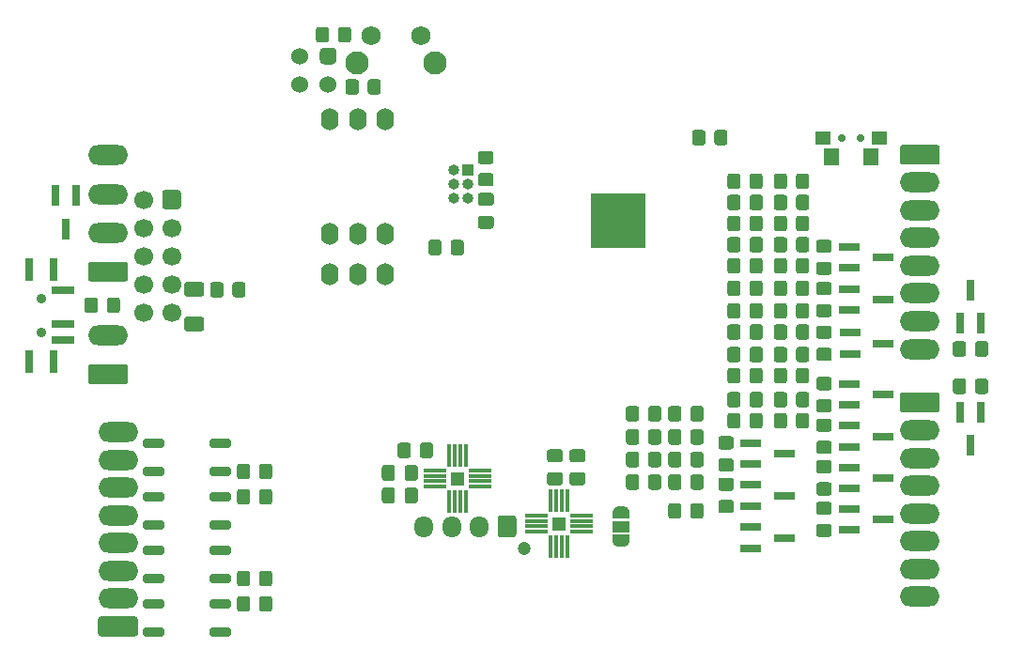
<source format=gts>
G04 #@! TF.GenerationSoftware,KiCad,Pcbnew,(5.1.8)-1*
G04 #@! TF.CreationDate,2021-05-03T11:31:43+02:00*
G04 #@! TF.ProjectId,sensactHsIO4,73656e73-6163-4744-9873-494f342e6b69,rev?*
G04 #@! TF.SameCoordinates,Original*
G04 #@! TF.FileFunction,Soldermask,Top*
G04 #@! TF.FilePolarity,Negative*
%FSLAX46Y46*%
G04 Gerber Fmt 4.6, Leading zero omitted, Abs format (unit mm)*
G04 Created by KiCad (PCBNEW (5.1.8)-1) date 2021-05-03 11:31:43*
%MOMM*%
%LPD*%
G01*
G04 APERTURE LIST*
%ADD10R,5.000000X5.000000*%
%ADD11O,1.600000X2.000000*%
%ADD12O,3.600000X1.800000*%
%ADD13O,1.000000X1.000000*%
%ADD14R,1.000000X1.000000*%
%ADD15C,0.700000*%
%ADD16R,1.400000X1.200000*%
%ADD17R,1.400000X1.600000*%
%ADD18C,1.700000*%
%ADD19C,1.200000*%
%ADD20O,1.700000X1.950000*%
%ADD21R,1.230000X1.230000*%
%ADD22R,0.300000X2.000000*%
%ADD23R,2.000000X0.300000*%
%ADD24R,1.500000X1.000000*%
%ADD25C,0.100000*%
%ADD26R,0.800000X2.000000*%
%ADD27R,2.000000X0.700000*%
%ADD28C,0.900000*%
%ADD29C,1.524000*%
%ADD30R,0.800000X1.900000*%
%ADD31R,1.900000X0.800000*%
%ADD32C,2.100000*%
%ADD33C,1.750000*%
G04 APERTURE END LIST*
G36*
G01*
X123425000Y-121977999D02*
X123425000Y-122878001D01*
G75*
G02*
X123175001Y-123128000I-249999J0D01*
G01*
X122474999Y-123128000D01*
G75*
G02*
X122225000Y-122878001I0J249999D01*
G01*
X122225000Y-121977999D01*
G75*
G02*
X122474999Y-121728000I249999J0D01*
G01*
X123175001Y-121728000D01*
G75*
G02*
X123425000Y-121977999I0J-249999D01*
G01*
G37*
G36*
G01*
X125425000Y-121977999D02*
X125425000Y-122878001D01*
G75*
G02*
X125175001Y-123128000I-249999J0D01*
G01*
X124474999Y-123128000D01*
G75*
G02*
X124225000Y-122878001I0J249999D01*
G01*
X124225000Y-121977999D01*
G75*
G02*
X124474999Y-121728000I249999J0D01*
G01*
X125175001Y-121728000D01*
G75*
G02*
X125425000Y-121977999I0J-249999D01*
G01*
G37*
D10*
X159000000Y-116245000D03*
D11*
X138009000Y-117348000D03*
X133009000Y-117348000D03*
X135509000Y-117348000D03*
X138009000Y-121031000D03*
X133009000Y-121031000D03*
X135509000Y-121031000D03*
X138009000Y-107061000D03*
X133009000Y-107061000D03*
X135509000Y-107061000D03*
G36*
G01*
X120126999Y-124852000D02*
X121427001Y-124852000D01*
G75*
G02*
X121677000Y-125101999I0J-249999D01*
G01*
X121677000Y-125927001D01*
G75*
G02*
X121427001Y-126177000I-249999J0D01*
G01*
X120126999Y-126177000D01*
G75*
G02*
X119877000Y-125927001I0J249999D01*
G01*
X119877000Y-125101999D01*
G75*
G02*
X120126999Y-124852000I249999J0D01*
G01*
G37*
G36*
G01*
X120126999Y-121727000D02*
X121427001Y-121727000D01*
G75*
G02*
X121677000Y-121976999I0J-249999D01*
G01*
X121677000Y-122802001D01*
G75*
G02*
X121427001Y-123052000I-249999J0D01*
G01*
X120126999Y-123052000D01*
G75*
G02*
X119877000Y-122802001I0J249999D01*
G01*
X119877000Y-121976999D01*
G75*
G02*
X120126999Y-121727000I249999J0D01*
G01*
G37*
D12*
X113030000Y-126548000D03*
G36*
G01*
X114580000Y-130948000D02*
X111480000Y-130948000D01*
G75*
G02*
X111230000Y-130698000I0J250000D01*
G01*
X111230000Y-129398000D01*
G75*
G02*
X111480000Y-129148000I250000J0D01*
G01*
X114580000Y-129148000D01*
G75*
G02*
X114830000Y-129398000I0J-250000D01*
G01*
X114830000Y-130698000D01*
G75*
G02*
X114580000Y-130948000I-250000J0D01*
G01*
G37*
X113030000Y-110292000D03*
X113030000Y-113792000D03*
X113030000Y-117292000D03*
G36*
G01*
X114580000Y-121692000D02*
X111480000Y-121692000D01*
G75*
G02*
X111230000Y-121442000I0J250000D01*
G01*
X111230000Y-120142000D01*
G75*
G02*
X111480000Y-119892000I250000J0D01*
G01*
X114580000Y-119892000D01*
G75*
G02*
X114830000Y-120142000I0J-250000D01*
G01*
X114830000Y-121442000D01*
G75*
G02*
X114580000Y-121692000I-250000J0D01*
G01*
G37*
G36*
G01*
X143094000Y-118167999D02*
X143094000Y-119068001D01*
G75*
G02*
X142844001Y-119318000I-249999J0D01*
G01*
X142143999Y-119318000D01*
G75*
G02*
X141894000Y-119068001I0J249999D01*
G01*
X141894000Y-118167999D01*
G75*
G02*
X142143999Y-117918000I249999J0D01*
G01*
X142844001Y-117918000D01*
G75*
G02*
X143094000Y-118167999I0J-249999D01*
G01*
G37*
G36*
G01*
X145094000Y-118167999D02*
X145094000Y-119068001D01*
G75*
G02*
X144844001Y-119318000I-249999J0D01*
G01*
X144143999Y-119318000D01*
G75*
G02*
X143894000Y-119068001I0J249999D01*
G01*
X143894000Y-118167999D01*
G75*
G02*
X144143999Y-117918000I249999J0D01*
G01*
X144844001Y-117918000D01*
G75*
G02*
X145094000Y-118167999I0J-249999D01*
G01*
G37*
D13*
X144145000Y-114173000D03*
X145415000Y-114173000D03*
X144145000Y-112903000D03*
X145415000Y-112903000D03*
X144145000Y-111633000D03*
D14*
X145415000Y-111633000D03*
D15*
X179150000Y-108750000D03*
X180850000Y-108750000D03*
D16*
X182550000Y-108750000D03*
D17*
X181800000Y-110450000D03*
D16*
X177450000Y-108750000D03*
D17*
X178200000Y-110450000D03*
G36*
G01*
X166859000Y-108261999D02*
X166859000Y-109162001D01*
G75*
G02*
X166609001Y-109412000I-249999J0D01*
G01*
X165908999Y-109412000D01*
G75*
G02*
X165659000Y-109162001I0J249999D01*
G01*
X165659000Y-108261999D01*
G75*
G02*
X165908999Y-108012000I249999J0D01*
G01*
X166609001Y-108012000D01*
G75*
G02*
X166859000Y-108261999I0J-249999D01*
G01*
G37*
G36*
G01*
X168859000Y-108261999D02*
X168859000Y-109162001D01*
G75*
G02*
X168609001Y-109412000I-249999J0D01*
G01*
X167908999Y-109412000D01*
G75*
G02*
X167659000Y-109162001I0J249999D01*
G01*
X167659000Y-108261999D01*
G75*
G02*
X167908999Y-108012000I249999J0D01*
G01*
X168609001Y-108012000D01*
G75*
G02*
X168859000Y-108261999I0J-249999D01*
G01*
G37*
D18*
X116205000Y-124460000D03*
X116205000Y-121920000D03*
X116205000Y-119380000D03*
X116205000Y-116840000D03*
X116205000Y-114300000D03*
X118745000Y-124460000D03*
X118745000Y-121920000D03*
X118745000Y-119380000D03*
X118745000Y-116840000D03*
G36*
G01*
X119595000Y-113700000D02*
X119595000Y-114900000D01*
G75*
G02*
X119345000Y-115150000I-250000J0D01*
G01*
X118145000Y-115150000D01*
G75*
G02*
X117895000Y-114900000I0J250000D01*
G01*
X117895000Y-113700000D01*
G75*
G02*
X118145000Y-113450000I250000J0D01*
G01*
X119345000Y-113450000D01*
G75*
G02*
X119595000Y-113700000I0J-250000D01*
G01*
G37*
D19*
X150571000Y-145764000D03*
D20*
X141471000Y-143764000D03*
X143971000Y-143764000D03*
X146471000Y-143764000D03*
G36*
G01*
X149821000Y-143039000D02*
X149821000Y-144489000D01*
G75*
G02*
X149571000Y-144739000I-250000J0D01*
G01*
X148371000Y-144739000D01*
G75*
G02*
X148121000Y-144489000I0J250000D01*
G01*
X148121000Y-143039000D01*
G75*
G02*
X148371000Y-142789000I250000J0D01*
G01*
X149571000Y-142789000D01*
G75*
G02*
X149821000Y-143039000I0J-250000D01*
G01*
G37*
G36*
G01*
X139769000Y-139413000D02*
X139769000Y-138463000D01*
G75*
G02*
X140019000Y-138213000I250000J0D01*
G01*
X140694000Y-138213000D01*
G75*
G02*
X140944000Y-138463000I0J-250000D01*
G01*
X140944000Y-139413000D01*
G75*
G02*
X140694000Y-139663000I-250000J0D01*
G01*
X140019000Y-139663000D01*
G75*
G02*
X139769000Y-139413000I0J250000D01*
G01*
G37*
G36*
G01*
X137694000Y-139413000D02*
X137694000Y-138463000D01*
G75*
G02*
X137944000Y-138213000I250000J0D01*
G01*
X138619000Y-138213000D01*
G75*
G02*
X138869000Y-138463000I0J-250000D01*
G01*
X138869000Y-139413000D01*
G75*
G02*
X138619000Y-139663000I-250000J0D01*
G01*
X137944000Y-139663000D01*
G75*
G02*
X137694000Y-139413000I0J250000D01*
G01*
G37*
D21*
X153670000Y-143510000D03*
D22*
X154420000Y-145560000D03*
X153920000Y-145560000D03*
X153420000Y-145560000D03*
X152920000Y-145560000D03*
X152920000Y-141460000D03*
X153420000Y-141460000D03*
X153920000Y-141460000D03*
X154420000Y-141460000D03*
D23*
X151620000Y-144260000D03*
X151620000Y-143760000D03*
X151620000Y-143260000D03*
X151620000Y-142760000D03*
X155720000Y-142760000D03*
X155720000Y-143260000D03*
X155720000Y-143760000D03*
X155720000Y-144260000D03*
D21*
X144526000Y-139446000D03*
D23*
X146576000Y-138696000D03*
X146576000Y-139196000D03*
X146576000Y-139696000D03*
X146576000Y-140196000D03*
X142476000Y-140196000D03*
X142476000Y-139696000D03*
X142476000Y-139196000D03*
X142476000Y-138696000D03*
D22*
X145276000Y-141496000D03*
X144776000Y-141496000D03*
X144276000Y-141496000D03*
X143776000Y-141496000D03*
X143776000Y-137396000D03*
X144276000Y-137396000D03*
X144776000Y-137396000D03*
X145276000Y-137396000D03*
G36*
G01*
X140316000Y-136455999D02*
X140316000Y-137356001D01*
G75*
G02*
X140066001Y-137606000I-249999J0D01*
G01*
X139365999Y-137606000D01*
G75*
G02*
X139116000Y-137356001I0J249999D01*
G01*
X139116000Y-136455999D01*
G75*
G02*
X139365999Y-136206000I249999J0D01*
G01*
X140066001Y-136206000D01*
G75*
G02*
X140316000Y-136455999I0J-249999D01*
G01*
G37*
G36*
G01*
X142316000Y-136455999D02*
X142316000Y-137356001D01*
G75*
G02*
X142066001Y-137606000I-249999J0D01*
G01*
X141365999Y-137606000D01*
G75*
G02*
X141116000Y-137356001I0J249999D01*
G01*
X141116000Y-136455999D01*
G75*
G02*
X141365999Y-136206000I249999J0D01*
G01*
X142066001Y-136206000D01*
G75*
G02*
X142316000Y-136455999I0J-249999D01*
G01*
G37*
D24*
X159258000Y-143764000D03*
D25*
G36*
X158508602Y-142464000D02*
G01*
X158508602Y-142439466D01*
X158513412Y-142390635D01*
X158522984Y-142342510D01*
X158537228Y-142295555D01*
X158556005Y-142250222D01*
X158579136Y-142206949D01*
X158606396Y-142166150D01*
X158637524Y-142128221D01*
X158672221Y-142093524D01*
X158710150Y-142062396D01*
X158750949Y-142035136D01*
X158794222Y-142012005D01*
X158839555Y-141993228D01*
X158886510Y-141978984D01*
X158934635Y-141969412D01*
X158983466Y-141964602D01*
X159008000Y-141964602D01*
X159008000Y-141964000D01*
X159508000Y-141964000D01*
X159508000Y-141964602D01*
X159532534Y-141964602D01*
X159581365Y-141969412D01*
X159629490Y-141978984D01*
X159676445Y-141993228D01*
X159721778Y-142012005D01*
X159765051Y-142035136D01*
X159805850Y-142062396D01*
X159843779Y-142093524D01*
X159878476Y-142128221D01*
X159909604Y-142166150D01*
X159936864Y-142206949D01*
X159959995Y-142250222D01*
X159978772Y-142295555D01*
X159993016Y-142342510D01*
X160002588Y-142390635D01*
X160007398Y-142439466D01*
X160007398Y-142464000D01*
X160008000Y-142464000D01*
X160008000Y-143014000D01*
X158508000Y-143014000D01*
X158508000Y-142464000D01*
X158508602Y-142464000D01*
G37*
G36*
X160008000Y-144514000D02*
G01*
X160008000Y-145064000D01*
X160007398Y-145064000D01*
X160007398Y-145088534D01*
X160002588Y-145137365D01*
X159993016Y-145185490D01*
X159978772Y-145232445D01*
X159959995Y-145277778D01*
X159936864Y-145321051D01*
X159909604Y-145361850D01*
X159878476Y-145399779D01*
X159843779Y-145434476D01*
X159805850Y-145465604D01*
X159765051Y-145492864D01*
X159721778Y-145515995D01*
X159676445Y-145534772D01*
X159629490Y-145549016D01*
X159581365Y-145558588D01*
X159532534Y-145563398D01*
X159508000Y-145563398D01*
X159508000Y-145564000D01*
X159008000Y-145564000D01*
X159008000Y-145563398D01*
X158983466Y-145563398D01*
X158934635Y-145558588D01*
X158886510Y-145549016D01*
X158839555Y-145534772D01*
X158794222Y-145515995D01*
X158750949Y-145492864D01*
X158710150Y-145465604D01*
X158672221Y-145434476D01*
X158637524Y-145399779D01*
X158606396Y-145361850D01*
X158579136Y-145321051D01*
X158556005Y-145277778D01*
X158537228Y-145232445D01*
X158522984Y-145185490D01*
X158513412Y-145137365D01*
X158508602Y-145088534D01*
X158508602Y-145064000D01*
X158508000Y-145064000D01*
X158508000Y-144514000D01*
X160008000Y-144514000D01*
G37*
G36*
G01*
X139769000Y-141445000D02*
X139769000Y-140495000D01*
G75*
G02*
X140019000Y-140245000I250000J0D01*
G01*
X140694000Y-140245000D01*
G75*
G02*
X140944000Y-140495000I0J-250000D01*
G01*
X140944000Y-141445000D01*
G75*
G02*
X140694000Y-141695000I-250000J0D01*
G01*
X140019000Y-141695000D01*
G75*
G02*
X139769000Y-141445000I0J250000D01*
G01*
G37*
G36*
G01*
X137694000Y-141445000D02*
X137694000Y-140495000D01*
G75*
G02*
X137944000Y-140245000I250000J0D01*
G01*
X138619000Y-140245000D01*
G75*
G02*
X138869000Y-140495000I0J-250000D01*
G01*
X138869000Y-141445000D01*
G75*
G02*
X138619000Y-141695000I-250000J0D01*
G01*
X137944000Y-141695000D01*
G75*
G02*
X137694000Y-141445000I0J250000D01*
G01*
G37*
G36*
G01*
X152814000Y-138880000D02*
X153764000Y-138880000D01*
G75*
G02*
X154014000Y-139130000I0J-250000D01*
G01*
X154014000Y-139805000D01*
G75*
G02*
X153764000Y-140055000I-250000J0D01*
G01*
X152814000Y-140055000D01*
G75*
G02*
X152564000Y-139805000I0J250000D01*
G01*
X152564000Y-139130000D01*
G75*
G02*
X152814000Y-138880000I250000J0D01*
G01*
G37*
G36*
G01*
X152814000Y-136805000D02*
X153764000Y-136805000D01*
G75*
G02*
X154014000Y-137055000I0J-250000D01*
G01*
X154014000Y-137730000D01*
G75*
G02*
X153764000Y-137980000I-250000J0D01*
G01*
X152814000Y-137980000D01*
G75*
G02*
X152564000Y-137730000I0J250000D01*
G01*
X152564000Y-137055000D01*
G75*
G02*
X152814000Y-136805000I250000J0D01*
G01*
G37*
G36*
G01*
X154846000Y-138880000D02*
X155796000Y-138880000D01*
G75*
G02*
X156046000Y-139130000I0J-250000D01*
G01*
X156046000Y-139805000D01*
G75*
G02*
X155796000Y-140055000I-250000J0D01*
G01*
X154846000Y-140055000D01*
G75*
G02*
X154596000Y-139805000I0J250000D01*
G01*
X154596000Y-139130000D01*
G75*
G02*
X154846000Y-138880000I250000J0D01*
G01*
G37*
G36*
G01*
X154846000Y-136805000D02*
X155796000Y-136805000D01*
G75*
G02*
X156046000Y-137055000I0J-250000D01*
G01*
X156046000Y-137730000D01*
G75*
G02*
X155796000Y-137980000I-250000J0D01*
G01*
X154846000Y-137980000D01*
G75*
G02*
X154596000Y-137730000I0J250000D01*
G01*
X154596000Y-137055000D01*
G75*
G02*
X154846000Y-136805000I250000J0D01*
G01*
G37*
D26*
X108095000Y-120588000D03*
X108095000Y-128888000D03*
X105885000Y-128888000D03*
X105885000Y-120588000D03*
D27*
X108995000Y-126988000D03*
X108995000Y-125488000D03*
X108995000Y-122488000D03*
D28*
X106985000Y-126238000D03*
X106985000Y-123238000D03*
D29*
X130330000Y-103886000D03*
X132870000Y-103886000D03*
X130330000Y-101346000D03*
G36*
G01*
X132108000Y-101727000D02*
X132108000Y-100965000D01*
G75*
G02*
X132489000Y-100584000I381000J0D01*
G01*
X133251000Y-100584000D01*
G75*
G02*
X133632000Y-100965000I0J-381000D01*
G01*
X133632000Y-101727000D01*
G75*
G02*
X133251000Y-102108000I-381000J0D01*
G01*
X132489000Y-102108000D01*
G75*
G02*
X132108000Y-101727000I0J381000D01*
G01*
G37*
G36*
G01*
X135617000Y-103689999D02*
X135617000Y-104590001D01*
G75*
G02*
X135367001Y-104840000I-249999J0D01*
G01*
X134666999Y-104840000D01*
G75*
G02*
X134417000Y-104590001I0J249999D01*
G01*
X134417000Y-103689999D01*
G75*
G02*
X134666999Y-103440000I249999J0D01*
G01*
X135367001Y-103440000D01*
G75*
G02*
X135617000Y-103689999I0J-249999D01*
G01*
G37*
G36*
G01*
X137617000Y-103689999D02*
X137617000Y-104590001D01*
G75*
G02*
X137367001Y-104840000I-249999J0D01*
G01*
X136666999Y-104840000D01*
G75*
G02*
X136417000Y-104590001I0J249999D01*
G01*
X136417000Y-103689999D01*
G75*
G02*
X136666999Y-103440000I249999J0D01*
G01*
X137367001Y-103440000D01*
G75*
G02*
X137617000Y-103689999I0J-249999D01*
G01*
G37*
D30*
X109220000Y-116943000D03*
X108270000Y-113943000D03*
X110170000Y-113943000D03*
G36*
G01*
X170034000Y-133788999D02*
X170034000Y-134689001D01*
G75*
G02*
X169784001Y-134939000I-249999J0D01*
G01*
X169083999Y-134939000D01*
G75*
G02*
X168834000Y-134689001I0J249999D01*
G01*
X168834000Y-133788999D01*
G75*
G02*
X169083999Y-133539000I249999J0D01*
G01*
X169784001Y-133539000D01*
G75*
G02*
X170034000Y-133788999I0J-249999D01*
G01*
G37*
G36*
G01*
X172034000Y-133788999D02*
X172034000Y-134689001D01*
G75*
G02*
X171784001Y-134939000I-249999J0D01*
G01*
X171083999Y-134939000D01*
G75*
G02*
X170834000Y-134689001I0J249999D01*
G01*
X170834000Y-133788999D01*
G75*
G02*
X171083999Y-133539000I249999J0D01*
G01*
X171784001Y-133539000D01*
G75*
G02*
X172034000Y-133788999I0J-249999D01*
G01*
G37*
G36*
G01*
X175025000Y-134689001D02*
X175025000Y-133788999D01*
G75*
G02*
X175274999Y-133539000I249999J0D01*
G01*
X175975001Y-133539000D01*
G75*
G02*
X176225000Y-133788999I0J-249999D01*
G01*
X176225000Y-134689001D01*
G75*
G02*
X175975001Y-134939000I-249999J0D01*
G01*
X175274999Y-134939000D01*
G75*
G02*
X175025000Y-134689001I0J249999D01*
G01*
G37*
G36*
G01*
X173025000Y-134689001D02*
X173025000Y-133788999D01*
G75*
G02*
X173274999Y-133539000I249999J0D01*
G01*
X173975001Y-133539000D01*
G75*
G02*
X174225000Y-133788999I0J-249999D01*
G01*
X174225000Y-134689001D01*
G75*
G02*
X173975001Y-134939000I-249999J0D01*
G01*
X173274999Y-134939000D01*
G75*
G02*
X173025000Y-134689001I0J249999D01*
G01*
G37*
G36*
G01*
X170034000Y-127819999D02*
X170034000Y-128720001D01*
G75*
G02*
X169784001Y-128970000I-249999J0D01*
G01*
X169083999Y-128970000D01*
G75*
G02*
X168834000Y-128720001I0J249999D01*
G01*
X168834000Y-127819999D01*
G75*
G02*
X169083999Y-127570000I249999J0D01*
G01*
X169784001Y-127570000D01*
G75*
G02*
X170034000Y-127819999I0J-249999D01*
G01*
G37*
G36*
G01*
X172034000Y-127819999D02*
X172034000Y-128720001D01*
G75*
G02*
X171784001Y-128970000I-249999J0D01*
G01*
X171083999Y-128970000D01*
G75*
G02*
X170834000Y-128720001I0J249999D01*
G01*
X170834000Y-127819999D01*
G75*
G02*
X171083999Y-127570000I249999J0D01*
G01*
X171784001Y-127570000D01*
G75*
G02*
X172034000Y-127819999I0J-249999D01*
G01*
G37*
G36*
G01*
X175025000Y-128720001D02*
X175025000Y-127819999D01*
G75*
G02*
X175274999Y-127570000I249999J0D01*
G01*
X175975001Y-127570000D01*
G75*
G02*
X176225000Y-127819999I0J-249999D01*
G01*
X176225000Y-128720001D01*
G75*
G02*
X175975001Y-128970000I-249999J0D01*
G01*
X175274999Y-128970000D01*
G75*
G02*
X175025000Y-128720001I0J249999D01*
G01*
G37*
G36*
G01*
X173025000Y-128720001D02*
X173025000Y-127819999D01*
G75*
G02*
X173274999Y-127570000I249999J0D01*
G01*
X173975001Y-127570000D01*
G75*
G02*
X174225000Y-127819999I0J-249999D01*
G01*
X174225000Y-128720001D01*
G75*
G02*
X173975001Y-128970000I-249999J0D01*
G01*
X173274999Y-128970000D01*
G75*
G02*
X173025000Y-128720001I0J249999D01*
G01*
G37*
G36*
G01*
X169169501Y-136823500D02*
X168269499Y-136823500D01*
G75*
G02*
X168019500Y-136573501I0J249999D01*
G01*
X168019500Y-135873499D01*
G75*
G02*
X168269499Y-135623500I249999J0D01*
G01*
X169169501Y-135623500D01*
G75*
G02*
X169419500Y-135873499I0J-249999D01*
G01*
X169419500Y-136573501D01*
G75*
G02*
X169169501Y-136823500I-249999J0D01*
G01*
G37*
G36*
G01*
X169169501Y-138823500D02*
X168269499Y-138823500D01*
G75*
G02*
X168019500Y-138573501I0J249999D01*
G01*
X168019500Y-137873499D01*
G75*
G02*
X168269499Y-137623500I249999J0D01*
G01*
X169169501Y-137623500D01*
G75*
G02*
X169419500Y-137873499I0J-249999D01*
G01*
X169419500Y-138573501D01*
G75*
G02*
X169169501Y-138823500I-249999J0D01*
G01*
G37*
G36*
G01*
X177996001Y-142729000D02*
X177095999Y-142729000D01*
G75*
G02*
X176846000Y-142479001I0J249999D01*
G01*
X176846000Y-141778999D01*
G75*
G02*
X177095999Y-141529000I249999J0D01*
G01*
X177996001Y-141529000D01*
G75*
G02*
X178246000Y-141778999I0J-249999D01*
G01*
X178246000Y-142479001D01*
G75*
G02*
X177996001Y-142729000I-249999J0D01*
G01*
G37*
G36*
G01*
X177996001Y-144729000D02*
X177095999Y-144729000D01*
G75*
G02*
X176846000Y-144479001I0J249999D01*
G01*
X176846000Y-143778999D01*
G75*
G02*
X177095999Y-143529000I249999J0D01*
G01*
X177996001Y-143529000D01*
G75*
G02*
X178246000Y-143778999I0J-249999D01*
G01*
X178246000Y-144479001D01*
G75*
G02*
X177996001Y-144729000I-249999J0D01*
G01*
G37*
D31*
X173966000Y-137223500D03*
X170966000Y-138173500D03*
X170966000Y-136273500D03*
X182856000Y-143129000D03*
X179856000Y-144079000D03*
X179856000Y-142179000D03*
D12*
X186182000Y-150088000D03*
X186182000Y-147588000D03*
X186182000Y-145088000D03*
X186182000Y-142588000D03*
X186182000Y-140088000D03*
X186182000Y-137588000D03*
X186182000Y-135088000D03*
G36*
G01*
X184632000Y-131688000D02*
X187732000Y-131688000D01*
G75*
G02*
X187982000Y-131938000I0J-250000D01*
G01*
X187982000Y-133238000D01*
G75*
G02*
X187732000Y-133488000I-250000J0D01*
G01*
X184632000Y-133488000D01*
G75*
G02*
X184382000Y-133238000I0J250000D01*
G01*
X184382000Y-131938000D01*
G75*
G02*
X184632000Y-131688000I250000J0D01*
G01*
G37*
X186182000Y-127762000D03*
X186182000Y-125262000D03*
X186182000Y-122762000D03*
X186182000Y-120262000D03*
X186182000Y-117762000D03*
X186182000Y-115262000D03*
X186182000Y-112762000D03*
G36*
G01*
X184632000Y-109362000D02*
X187732000Y-109362000D01*
G75*
G02*
X187982000Y-109612000I0J-250000D01*
G01*
X187982000Y-110912000D01*
G75*
G02*
X187732000Y-111162000I-250000J0D01*
G01*
X184632000Y-111162000D01*
G75*
G02*
X184382000Y-110912000I0J250000D01*
G01*
X184382000Y-109612000D01*
G75*
G02*
X184632000Y-109362000I250000J0D01*
G01*
G37*
X113919000Y-135281000D03*
X113919000Y-137781000D03*
X113919000Y-140281000D03*
X113919000Y-142781000D03*
X113919000Y-145281000D03*
X113919000Y-147781000D03*
X113919000Y-150281000D03*
G36*
G01*
X115469000Y-153681000D02*
X112369000Y-153681000D01*
G75*
G02*
X112119000Y-153431000I0J250000D01*
G01*
X112119000Y-152131000D01*
G75*
G02*
X112369000Y-151881000I250000J0D01*
G01*
X115469000Y-151881000D01*
G75*
G02*
X115719000Y-152131000I0J-250000D01*
G01*
X115719000Y-153431000D01*
G75*
G02*
X115469000Y-153681000I-250000J0D01*
G01*
G37*
D31*
X182856000Y-131889500D03*
X179856000Y-132839500D03*
X179856000Y-130939500D03*
G36*
G01*
X191154000Y-131577501D02*
X191154000Y-130677499D01*
G75*
G02*
X191403999Y-130427500I249999J0D01*
G01*
X192104001Y-130427500D01*
G75*
G02*
X192354000Y-130677499I0J-249999D01*
G01*
X192354000Y-131577501D01*
G75*
G02*
X192104001Y-131827500I-249999J0D01*
G01*
X191403999Y-131827500D01*
G75*
G02*
X191154000Y-131577501I0J249999D01*
G01*
G37*
G36*
G01*
X189154000Y-131577501D02*
X189154000Y-130677499D01*
G75*
G02*
X189403999Y-130427500I249999J0D01*
G01*
X190104001Y-130427500D01*
G75*
G02*
X190354000Y-130677499I0J-249999D01*
G01*
X190354000Y-131577501D01*
G75*
G02*
X190104001Y-131827500I-249999J0D01*
G01*
X189403999Y-131827500D01*
G75*
G02*
X189154000Y-131577501I0J249999D01*
G01*
G37*
D30*
X190754000Y-136437500D03*
X189804000Y-133437500D03*
X191704000Y-133437500D03*
G36*
G01*
X112106000Y-123374999D02*
X112106000Y-124275001D01*
G75*
G02*
X111856001Y-124525000I-249999J0D01*
G01*
X111155999Y-124525000D01*
G75*
G02*
X110906000Y-124275001I0J249999D01*
G01*
X110906000Y-123374999D01*
G75*
G02*
X111155999Y-123125000I249999J0D01*
G01*
X111856001Y-123125000D01*
G75*
G02*
X112106000Y-123374999I0J-249999D01*
G01*
G37*
G36*
G01*
X114106000Y-123374999D02*
X114106000Y-124275001D01*
G75*
G02*
X113856001Y-124525000I-249999J0D01*
G01*
X113155999Y-124525000D01*
G75*
G02*
X112906000Y-124275001I0J249999D01*
G01*
X112906000Y-123374999D01*
G75*
G02*
X113155999Y-123125000I249999J0D01*
G01*
X113856001Y-123125000D01*
G75*
G02*
X114106000Y-123374999I0J-249999D01*
G01*
G37*
D32*
X142450000Y-101990000D03*
D33*
X141200000Y-99500000D03*
X136700000Y-99500000D03*
D32*
X135440000Y-101990000D03*
G36*
G01*
X118117000Y-138611000D02*
X118117000Y-139011000D01*
G75*
G02*
X117917000Y-139211000I-200000J0D01*
G01*
X116367000Y-139211000D01*
G75*
G02*
X116167000Y-139011000I0J200000D01*
G01*
X116167000Y-138611000D01*
G75*
G02*
X116367000Y-138411000I200000J0D01*
G01*
X117917000Y-138411000D01*
G75*
G02*
X118117000Y-138611000I0J-200000D01*
G01*
G37*
G36*
G01*
X118117000Y-136071000D02*
X118117000Y-136471000D01*
G75*
G02*
X117917000Y-136671000I-200000J0D01*
G01*
X116367000Y-136671000D01*
G75*
G02*
X116167000Y-136471000I0J200000D01*
G01*
X116167000Y-136071000D01*
G75*
G02*
X116367000Y-135871000I200000J0D01*
G01*
X117917000Y-135871000D01*
G75*
G02*
X118117000Y-136071000I0J-200000D01*
G01*
G37*
G36*
G01*
X124117000Y-136071000D02*
X124117000Y-136471000D01*
G75*
G02*
X123917000Y-136671000I-200000J0D01*
G01*
X122367000Y-136671000D01*
G75*
G02*
X122167000Y-136471000I0J200000D01*
G01*
X122167000Y-136071000D01*
G75*
G02*
X122367000Y-135871000I200000J0D01*
G01*
X123917000Y-135871000D01*
G75*
G02*
X124117000Y-136071000I0J-200000D01*
G01*
G37*
G36*
G01*
X124117000Y-138611000D02*
X124117000Y-139011000D01*
G75*
G02*
X123917000Y-139211000I-200000J0D01*
G01*
X122367000Y-139211000D01*
G75*
G02*
X122167000Y-139011000I0J200000D01*
G01*
X122167000Y-138611000D01*
G75*
G02*
X122367000Y-138411000I200000J0D01*
G01*
X123917000Y-138411000D01*
G75*
G02*
X124117000Y-138611000I0J-200000D01*
G01*
G37*
G36*
G01*
X118117000Y-143437000D02*
X118117000Y-143837000D01*
G75*
G02*
X117917000Y-144037000I-200000J0D01*
G01*
X116367000Y-144037000D01*
G75*
G02*
X116167000Y-143837000I0J200000D01*
G01*
X116167000Y-143437000D01*
G75*
G02*
X116367000Y-143237000I200000J0D01*
G01*
X117917000Y-143237000D01*
G75*
G02*
X118117000Y-143437000I0J-200000D01*
G01*
G37*
G36*
G01*
X118117000Y-140897000D02*
X118117000Y-141297000D01*
G75*
G02*
X117917000Y-141497000I-200000J0D01*
G01*
X116367000Y-141497000D01*
G75*
G02*
X116167000Y-141297000I0J200000D01*
G01*
X116167000Y-140897000D01*
G75*
G02*
X116367000Y-140697000I200000J0D01*
G01*
X117917000Y-140697000D01*
G75*
G02*
X118117000Y-140897000I0J-200000D01*
G01*
G37*
G36*
G01*
X124117000Y-140897000D02*
X124117000Y-141297000D01*
G75*
G02*
X123917000Y-141497000I-200000J0D01*
G01*
X122367000Y-141497000D01*
G75*
G02*
X122167000Y-141297000I0J200000D01*
G01*
X122167000Y-140897000D01*
G75*
G02*
X122367000Y-140697000I200000J0D01*
G01*
X123917000Y-140697000D01*
G75*
G02*
X124117000Y-140897000I0J-200000D01*
G01*
G37*
G36*
G01*
X124117000Y-143437000D02*
X124117000Y-143837000D01*
G75*
G02*
X123917000Y-144037000I-200000J0D01*
G01*
X122367000Y-144037000D01*
G75*
G02*
X122167000Y-143837000I0J200000D01*
G01*
X122167000Y-143437000D01*
G75*
G02*
X122367000Y-143237000I200000J0D01*
G01*
X123917000Y-143237000D01*
G75*
G02*
X124117000Y-143437000I0J-200000D01*
G01*
G37*
G36*
G01*
X118117000Y-148263000D02*
X118117000Y-148663000D01*
G75*
G02*
X117917000Y-148863000I-200000J0D01*
G01*
X116367000Y-148863000D01*
G75*
G02*
X116167000Y-148663000I0J200000D01*
G01*
X116167000Y-148263000D01*
G75*
G02*
X116367000Y-148063000I200000J0D01*
G01*
X117917000Y-148063000D01*
G75*
G02*
X118117000Y-148263000I0J-200000D01*
G01*
G37*
G36*
G01*
X118117000Y-145723000D02*
X118117000Y-146123000D01*
G75*
G02*
X117917000Y-146323000I-200000J0D01*
G01*
X116367000Y-146323000D01*
G75*
G02*
X116167000Y-146123000I0J200000D01*
G01*
X116167000Y-145723000D01*
G75*
G02*
X116367000Y-145523000I200000J0D01*
G01*
X117917000Y-145523000D01*
G75*
G02*
X118117000Y-145723000I0J-200000D01*
G01*
G37*
G36*
G01*
X124117000Y-145723000D02*
X124117000Y-146123000D01*
G75*
G02*
X123917000Y-146323000I-200000J0D01*
G01*
X122367000Y-146323000D01*
G75*
G02*
X122167000Y-146123000I0J200000D01*
G01*
X122167000Y-145723000D01*
G75*
G02*
X122367000Y-145523000I200000J0D01*
G01*
X123917000Y-145523000D01*
G75*
G02*
X124117000Y-145723000I0J-200000D01*
G01*
G37*
G36*
G01*
X124117000Y-148263000D02*
X124117000Y-148663000D01*
G75*
G02*
X123917000Y-148863000I-200000J0D01*
G01*
X122367000Y-148863000D01*
G75*
G02*
X122167000Y-148663000I0J200000D01*
G01*
X122167000Y-148263000D01*
G75*
G02*
X122367000Y-148063000I200000J0D01*
G01*
X123917000Y-148063000D01*
G75*
G02*
X124117000Y-148263000I0J-200000D01*
G01*
G37*
G36*
G01*
X118117000Y-153089000D02*
X118117000Y-153489000D01*
G75*
G02*
X117917000Y-153689000I-200000J0D01*
G01*
X116367000Y-153689000D01*
G75*
G02*
X116167000Y-153489000I0J200000D01*
G01*
X116167000Y-153089000D01*
G75*
G02*
X116367000Y-152889000I200000J0D01*
G01*
X117917000Y-152889000D01*
G75*
G02*
X118117000Y-153089000I0J-200000D01*
G01*
G37*
G36*
G01*
X118117000Y-150549000D02*
X118117000Y-150949000D01*
G75*
G02*
X117917000Y-151149000I-200000J0D01*
G01*
X116367000Y-151149000D01*
G75*
G02*
X116167000Y-150949000I0J200000D01*
G01*
X116167000Y-150549000D01*
G75*
G02*
X116367000Y-150349000I200000J0D01*
G01*
X117917000Y-150349000D01*
G75*
G02*
X118117000Y-150549000I0J-200000D01*
G01*
G37*
G36*
G01*
X124117000Y-150549000D02*
X124117000Y-150949000D01*
G75*
G02*
X123917000Y-151149000I-200000J0D01*
G01*
X122367000Y-151149000D01*
G75*
G02*
X122167000Y-150949000I0J200000D01*
G01*
X122167000Y-150549000D01*
G75*
G02*
X122367000Y-150349000I200000J0D01*
G01*
X123917000Y-150349000D01*
G75*
G02*
X124117000Y-150549000I0J-200000D01*
G01*
G37*
G36*
G01*
X124117000Y-153089000D02*
X124117000Y-153489000D01*
G75*
G02*
X123917000Y-153689000I-200000J0D01*
G01*
X122367000Y-153689000D01*
G75*
G02*
X122167000Y-153489000I0J200000D01*
G01*
X122167000Y-153089000D01*
G75*
G02*
X122367000Y-152889000I200000J0D01*
G01*
X123917000Y-152889000D01*
G75*
G02*
X124117000Y-153089000I0J-200000D01*
G01*
G37*
G36*
G01*
X170034000Y-125787999D02*
X170034000Y-126688001D01*
G75*
G02*
X169784001Y-126938000I-249999J0D01*
G01*
X169083999Y-126938000D01*
G75*
G02*
X168834000Y-126688001I0J249999D01*
G01*
X168834000Y-125787999D01*
G75*
G02*
X169083999Y-125538000I249999J0D01*
G01*
X169784001Y-125538000D01*
G75*
G02*
X170034000Y-125787999I0J-249999D01*
G01*
G37*
G36*
G01*
X172034000Y-125787999D02*
X172034000Y-126688001D01*
G75*
G02*
X171784001Y-126938000I-249999J0D01*
G01*
X171083999Y-126938000D01*
G75*
G02*
X170834000Y-126688001I0J249999D01*
G01*
X170834000Y-125787999D01*
G75*
G02*
X171083999Y-125538000I249999J0D01*
G01*
X171784001Y-125538000D01*
G75*
G02*
X172034000Y-125787999I0J-249999D01*
G01*
G37*
G36*
G01*
X170034000Y-123882999D02*
X170034000Y-124783001D01*
G75*
G02*
X169784001Y-125033000I-249999J0D01*
G01*
X169083999Y-125033000D01*
G75*
G02*
X168834000Y-124783001I0J249999D01*
G01*
X168834000Y-123882999D01*
G75*
G02*
X169083999Y-123633000I249999J0D01*
G01*
X169784001Y-123633000D01*
G75*
G02*
X170034000Y-123882999I0J-249999D01*
G01*
G37*
G36*
G01*
X172034000Y-123882999D02*
X172034000Y-124783001D01*
G75*
G02*
X171784001Y-125033000I-249999J0D01*
G01*
X171083999Y-125033000D01*
G75*
G02*
X170834000Y-124783001I0J249999D01*
G01*
X170834000Y-123882999D01*
G75*
G02*
X171083999Y-123633000I249999J0D01*
G01*
X171784001Y-123633000D01*
G75*
G02*
X172034000Y-123882999I0J-249999D01*
G01*
G37*
G36*
G01*
X170034000Y-121850999D02*
X170034000Y-122751001D01*
G75*
G02*
X169784001Y-123001000I-249999J0D01*
G01*
X169083999Y-123001000D01*
G75*
G02*
X168834000Y-122751001I0J249999D01*
G01*
X168834000Y-121850999D01*
G75*
G02*
X169083999Y-121601000I249999J0D01*
G01*
X169784001Y-121601000D01*
G75*
G02*
X170034000Y-121850999I0J-249999D01*
G01*
G37*
G36*
G01*
X172034000Y-121850999D02*
X172034000Y-122751001D01*
G75*
G02*
X171784001Y-123001000I-249999J0D01*
G01*
X171083999Y-123001000D01*
G75*
G02*
X170834000Y-122751001I0J249999D01*
G01*
X170834000Y-121850999D01*
G75*
G02*
X171083999Y-121601000I249999J0D01*
G01*
X171784001Y-121601000D01*
G75*
G02*
X172034000Y-121850999I0J-249999D01*
G01*
G37*
G36*
G01*
X170034000Y-119818999D02*
X170034000Y-120719001D01*
G75*
G02*
X169784001Y-120969000I-249999J0D01*
G01*
X169083999Y-120969000D01*
G75*
G02*
X168834000Y-120719001I0J249999D01*
G01*
X168834000Y-119818999D01*
G75*
G02*
X169083999Y-119569000I249999J0D01*
G01*
X169784001Y-119569000D01*
G75*
G02*
X170034000Y-119818999I0J-249999D01*
G01*
G37*
G36*
G01*
X172034000Y-119818999D02*
X172034000Y-120719001D01*
G75*
G02*
X171784001Y-120969000I-249999J0D01*
G01*
X171083999Y-120969000D01*
G75*
G02*
X170834000Y-120719001I0J249999D01*
G01*
X170834000Y-119818999D01*
G75*
G02*
X171083999Y-119569000I249999J0D01*
G01*
X171784001Y-119569000D01*
G75*
G02*
X172034000Y-119818999I0J-249999D01*
G01*
G37*
G36*
G01*
X175025000Y-126688001D02*
X175025000Y-125787999D01*
G75*
G02*
X175274999Y-125538000I249999J0D01*
G01*
X175975001Y-125538000D01*
G75*
G02*
X176225000Y-125787999I0J-249999D01*
G01*
X176225000Y-126688001D01*
G75*
G02*
X175975001Y-126938000I-249999J0D01*
G01*
X175274999Y-126938000D01*
G75*
G02*
X175025000Y-126688001I0J249999D01*
G01*
G37*
G36*
G01*
X173025000Y-126688001D02*
X173025000Y-125787999D01*
G75*
G02*
X173274999Y-125538000I249999J0D01*
G01*
X173975001Y-125538000D01*
G75*
G02*
X174225000Y-125787999I0J-249999D01*
G01*
X174225000Y-126688001D01*
G75*
G02*
X173975001Y-126938000I-249999J0D01*
G01*
X173274999Y-126938000D01*
G75*
G02*
X173025000Y-126688001I0J249999D01*
G01*
G37*
G36*
G01*
X175025000Y-124783001D02*
X175025000Y-123882999D01*
G75*
G02*
X175274999Y-123633000I249999J0D01*
G01*
X175975001Y-123633000D01*
G75*
G02*
X176225000Y-123882999I0J-249999D01*
G01*
X176225000Y-124783001D01*
G75*
G02*
X175975001Y-125033000I-249999J0D01*
G01*
X175274999Y-125033000D01*
G75*
G02*
X175025000Y-124783001I0J249999D01*
G01*
G37*
G36*
G01*
X173025000Y-124783001D02*
X173025000Y-123882999D01*
G75*
G02*
X173274999Y-123633000I249999J0D01*
G01*
X173975001Y-123633000D01*
G75*
G02*
X174225000Y-123882999I0J-249999D01*
G01*
X174225000Y-124783001D01*
G75*
G02*
X173975001Y-125033000I-249999J0D01*
G01*
X173274999Y-125033000D01*
G75*
G02*
X173025000Y-124783001I0J249999D01*
G01*
G37*
G36*
G01*
X175025000Y-122751001D02*
X175025000Y-121850999D01*
G75*
G02*
X175274999Y-121601000I249999J0D01*
G01*
X175975001Y-121601000D01*
G75*
G02*
X176225000Y-121850999I0J-249999D01*
G01*
X176225000Y-122751001D01*
G75*
G02*
X175975001Y-123001000I-249999J0D01*
G01*
X175274999Y-123001000D01*
G75*
G02*
X175025000Y-122751001I0J249999D01*
G01*
G37*
G36*
G01*
X173025000Y-122751001D02*
X173025000Y-121850999D01*
G75*
G02*
X173274999Y-121601000I249999J0D01*
G01*
X173975001Y-121601000D01*
G75*
G02*
X174225000Y-121850999I0J-249999D01*
G01*
X174225000Y-122751001D01*
G75*
G02*
X173975001Y-123001000I-249999J0D01*
G01*
X173274999Y-123001000D01*
G75*
G02*
X173025000Y-122751001I0J249999D01*
G01*
G37*
G36*
G01*
X175025000Y-120719001D02*
X175025000Y-119818999D01*
G75*
G02*
X175274999Y-119569000I249999J0D01*
G01*
X175975001Y-119569000D01*
G75*
G02*
X176225000Y-119818999I0J-249999D01*
G01*
X176225000Y-120719001D01*
G75*
G02*
X175975001Y-120969000I-249999J0D01*
G01*
X175274999Y-120969000D01*
G75*
G02*
X175025000Y-120719001I0J249999D01*
G01*
G37*
G36*
G01*
X173025000Y-120719001D02*
X173025000Y-119818999D01*
G75*
G02*
X173274999Y-119569000I249999J0D01*
G01*
X173975001Y-119569000D01*
G75*
G02*
X174225000Y-119818999I0J-249999D01*
G01*
X174225000Y-120719001D01*
G75*
G02*
X173975001Y-120969000I-249999J0D01*
G01*
X173274999Y-120969000D01*
G75*
G02*
X173025000Y-120719001I0J249999D01*
G01*
G37*
G36*
G01*
X190354000Y-127311999D02*
X190354000Y-128212001D01*
G75*
G02*
X190104001Y-128462000I-249999J0D01*
G01*
X189403999Y-128462000D01*
G75*
G02*
X189154000Y-128212001I0J249999D01*
G01*
X189154000Y-127311999D01*
G75*
G02*
X189403999Y-127062000I249999J0D01*
G01*
X190104001Y-127062000D01*
G75*
G02*
X190354000Y-127311999I0J-249999D01*
G01*
G37*
G36*
G01*
X192354000Y-127311999D02*
X192354000Y-128212001D01*
G75*
G02*
X192104001Y-128462000I-249999J0D01*
G01*
X191403999Y-128462000D01*
G75*
G02*
X191154000Y-128212001I0J249999D01*
G01*
X191154000Y-127311999D01*
G75*
G02*
X191403999Y-127062000I249999J0D01*
G01*
X192104001Y-127062000D01*
G75*
G02*
X192354000Y-127311999I0J-249999D01*
G01*
G37*
G36*
G01*
X177996001Y-126854000D02*
X177095999Y-126854000D01*
G75*
G02*
X176846000Y-126604001I0J249999D01*
G01*
X176846000Y-125903999D01*
G75*
G02*
X177095999Y-125654000I249999J0D01*
G01*
X177996001Y-125654000D01*
G75*
G02*
X178246000Y-125903999I0J-249999D01*
G01*
X178246000Y-126604001D01*
G75*
G02*
X177996001Y-126854000I-249999J0D01*
G01*
G37*
G36*
G01*
X177996001Y-128854000D02*
X177095999Y-128854000D01*
G75*
G02*
X176846000Y-128604001I0J249999D01*
G01*
X176846000Y-127903999D01*
G75*
G02*
X177095999Y-127654000I249999J0D01*
G01*
X177996001Y-127654000D01*
G75*
G02*
X178246000Y-127903999I0J-249999D01*
G01*
X178246000Y-128604001D01*
G75*
G02*
X177996001Y-128854000I-249999J0D01*
G01*
G37*
G36*
G01*
X177996001Y-122917000D02*
X177095999Y-122917000D01*
G75*
G02*
X176846000Y-122667001I0J249999D01*
G01*
X176846000Y-121966999D01*
G75*
G02*
X177095999Y-121717000I249999J0D01*
G01*
X177996001Y-121717000D01*
G75*
G02*
X178246000Y-121966999I0J-249999D01*
G01*
X178246000Y-122667001D01*
G75*
G02*
X177996001Y-122917000I-249999J0D01*
G01*
G37*
G36*
G01*
X177996001Y-124917000D02*
X177095999Y-124917000D01*
G75*
G02*
X176846000Y-124667001I0J249999D01*
G01*
X176846000Y-123966999D01*
G75*
G02*
X177095999Y-123717000I249999J0D01*
G01*
X177996001Y-123717000D01*
G75*
G02*
X178246000Y-123966999I0J-249999D01*
G01*
X178246000Y-124667001D01*
G75*
G02*
X177996001Y-124917000I-249999J0D01*
G01*
G37*
G36*
G01*
X177996001Y-119107000D02*
X177095999Y-119107000D01*
G75*
G02*
X176846000Y-118857001I0J249999D01*
G01*
X176846000Y-118156999D01*
G75*
G02*
X177095999Y-117907000I249999J0D01*
G01*
X177996001Y-117907000D01*
G75*
G02*
X178246000Y-118156999I0J-249999D01*
G01*
X178246000Y-118857001D01*
G75*
G02*
X177996001Y-119107000I-249999J0D01*
G01*
G37*
G36*
G01*
X177996001Y-121107000D02*
X177095999Y-121107000D01*
G75*
G02*
X176846000Y-120857001I0J249999D01*
G01*
X176846000Y-120156999D01*
G75*
G02*
X177095999Y-119907000I249999J0D01*
G01*
X177996001Y-119907000D01*
G75*
G02*
X178246000Y-120156999I0J-249999D01*
G01*
X178246000Y-120857001D01*
G75*
G02*
X177996001Y-121107000I-249999J0D01*
G01*
G37*
G36*
G01*
X160890000Y-139313499D02*
X160890000Y-140213501D01*
G75*
G02*
X160640001Y-140463500I-249999J0D01*
G01*
X159939999Y-140463500D01*
G75*
G02*
X159690000Y-140213501I0J249999D01*
G01*
X159690000Y-139313499D01*
G75*
G02*
X159939999Y-139063500I249999J0D01*
G01*
X160640001Y-139063500D01*
G75*
G02*
X160890000Y-139313499I0J-249999D01*
G01*
G37*
G36*
G01*
X162890000Y-139313499D02*
X162890000Y-140213501D01*
G75*
G02*
X162640001Y-140463500I-249999J0D01*
G01*
X161939999Y-140463500D01*
G75*
G02*
X161690000Y-140213501I0J249999D01*
G01*
X161690000Y-139313499D01*
G75*
G02*
X161939999Y-139063500I249999J0D01*
G01*
X162640001Y-139063500D01*
G75*
G02*
X162890000Y-139313499I0J-249999D01*
G01*
G37*
G36*
G01*
X160890000Y-137281499D02*
X160890000Y-138181501D01*
G75*
G02*
X160640001Y-138431500I-249999J0D01*
G01*
X159939999Y-138431500D01*
G75*
G02*
X159690000Y-138181501I0J249999D01*
G01*
X159690000Y-137281499D01*
G75*
G02*
X159939999Y-137031500I249999J0D01*
G01*
X160640001Y-137031500D01*
G75*
G02*
X160890000Y-137281499I0J-249999D01*
G01*
G37*
G36*
G01*
X162890000Y-137281499D02*
X162890000Y-138181501D01*
G75*
G02*
X162640001Y-138431500I-249999J0D01*
G01*
X161939999Y-138431500D01*
G75*
G02*
X161690000Y-138181501I0J249999D01*
G01*
X161690000Y-137281499D01*
G75*
G02*
X161939999Y-137031500I249999J0D01*
G01*
X162640001Y-137031500D01*
G75*
G02*
X162890000Y-137281499I0J-249999D01*
G01*
G37*
G36*
G01*
X160890000Y-135249499D02*
X160890000Y-136149501D01*
G75*
G02*
X160640001Y-136399500I-249999J0D01*
G01*
X159939999Y-136399500D01*
G75*
G02*
X159690000Y-136149501I0J249999D01*
G01*
X159690000Y-135249499D01*
G75*
G02*
X159939999Y-134999500I249999J0D01*
G01*
X160640001Y-134999500D01*
G75*
G02*
X160890000Y-135249499I0J-249999D01*
G01*
G37*
G36*
G01*
X162890000Y-135249499D02*
X162890000Y-136149501D01*
G75*
G02*
X162640001Y-136399500I-249999J0D01*
G01*
X161939999Y-136399500D01*
G75*
G02*
X161690000Y-136149501I0J249999D01*
G01*
X161690000Y-135249499D01*
G75*
G02*
X161939999Y-134999500I249999J0D01*
G01*
X162640001Y-134999500D01*
G75*
G02*
X162890000Y-135249499I0J-249999D01*
G01*
G37*
G36*
G01*
X160890000Y-133153999D02*
X160890000Y-134054001D01*
G75*
G02*
X160640001Y-134304000I-249999J0D01*
G01*
X159939999Y-134304000D01*
G75*
G02*
X159690000Y-134054001I0J249999D01*
G01*
X159690000Y-133153999D01*
G75*
G02*
X159939999Y-132904000I249999J0D01*
G01*
X160640001Y-132904000D01*
G75*
G02*
X160890000Y-133153999I0J-249999D01*
G01*
G37*
G36*
G01*
X162890000Y-133153999D02*
X162890000Y-134054001D01*
G75*
G02*
X162640001Y-134304000I-249999J0D01*
G01*
X161939999Y-134304000D01*
G75*
G02*
X161690000Y-134054001I0J249999D01*
G01*
X161690000Y-133153999D01*
G75*
G02*
X161939999Y-132904000I249999J0D01*
G01*
X162640001Y-132904000D01*
G75*
G02*
X162890000Y-133153999I0J-249999D01*
G01*
G37*
G36*
G01*
X165500000Y-140213501D02*
X165500000Y-139313499D01*
G75*
G02*
X165749999Y-139063500I249999J0D01*
G01*
X166450001Y-139063500D01*
G75*
G02*
X166700000Y-139313499I0J-249999D01*
G01*
X166700000Y-140213501D01*
G75*
G02*
X166450001Y-140463500I-249999J0D01*
G01*
X165749999Y-140463500D01*
G75*
G02*
X165500000Y-140213501I0J249999D01*
G01*
G37*
G36*
G01*
X163500000Y-140213501D02*
X163500000Y-139313499D01*
G75*
G02*
X163749999Y-139063500I249999J0D01*
G01*
X164450001Y-139063500D01*
G75*
G02*
X164700000Y-139313499I0J-249999D01*
G01*
X164700000Y-140213501D01*
G75*
G02*
X164450001Y-140463500I-249999J0D01*
G01*
X163749999Y-140463500D01*
G75*
G02*
X163500000Y-140213501I0J249999D01*
G01*
G37*
G36*
G01*
X165500000Y-138181501D02*
X165500000Y-137281499D01*
G75*
G02*
X165749999Y-137031500I249999J0D01*
G01*
X166450001Y-137031500D01*
G75*
G02*
X166700000Y-137281499I0J-249999D01*
G01*
X166700000Y-138181501D01*
G75*
G02*
X166450001Y-138431500I-249999J0D01*
G01*
X165749999Y-138431500D01*
G75*
G02*
X165500000Y-138181501I0J249999D01*
G01*
G37*
G36*
G01*
X163500000Y-138181501D02*
X163500000Y-137281499D01*
G75*
G02*
X163749999Y-137031500I249999J0D01*
G01*
X164450001Y-137031500D01*
G75*
G02*
X164700000Y-137281499I0J-249999D01*
G01*
X164700000Y-138181501D01*
G75*
G02*
X164450001Y-138431500I-249999J0D01*
G01*
X163749999Y-138431500D01*
G75*
G02*
X163500000Y-138181501I0J249999D01*
G01*
G37*
G36*
G01*
X165500000Y-136149501D02*
X165500000Y-135249499D01*
G75*
G02*
X165749999Y-134999500I249999J0D01*
G01*
X166450001Y-134999500D01*
G75*
G02*
X166700000Y-135249499I0J-249999D01*
G01*
X166700000Y-136149501D01*
G75*
G02*
X166450001Y-136399500I-249999J0D01*
G01*
X165749999Y-136399500D01*
G75*
G02*
X165500000Y-136149501I0J249999D01*
G01*
G37*
G36*
G01*
X163500000Y-136149501D02*
X163500000Y-135249499D01*
G75*
G02*
X163749999Y-134999500I249999J0D01*
G01*
X164450001Y-134999500D01*
G75*
G02*
X164700000Y-135249499I0J-249999D01*
G01*
X164700000Y-136149501D01*
G75*
G02*
X164450001Y-136399500I-249999J0D01*
G01*
X163749999Y-136399500D01*
G75*
G02*
X163500000Y-136149501I0J249999D01*
G01*
G37*
G36*
G01*
X165500000Y-134054001D02*
X165500000Y-133153999D01*
G75*
G02*
X165749999Y-132904000I249999J0D01*
G01*
X166450001Y-132904000D01*
G75*
G02*
X166700000Y-133153999I0J-249999D01*
G01*
X166700000Y-134054001D01*
G75*
G02*
X166450001Y-134304000I-249999J0D01*
G01*
X165749999Y-134304000D01*
G75*
G02*
X165500000Y-134054001I0J249999D01*
G01*
G37*
G36*
G01*
X163500000Y-134054001D02*
X163500000Y-133153999D01*
G75*
G02*
X163749999Y-132904000I249999J0D01*
G01*
X164450001Y-132904000D01*
G75*
G02*
X164700000Y-133153999I0J-249999D01*
G01*
X164700000Y-134054001D01*
G75*
G02*
X164450001Y-134304000I-249999J0D01*
G01*
X163749999Y-134304000D01*
G75*
G02*
X163500000Y-134054001I0J249999D01*
G01*
G37*
G36*
G01*
X165500000Y-142817001D02*
X165500000Y-141916999D01*
G75*
G02*
X165749999Y-141667000I249999J0D01*
G01*
X166450001Y-141667000D01*
G75*
G02*
X166700000Y-141916999I0J-249999D01*
G01*
X166700000Y-142817001D01*
G75*
G02*
X166450001Y-143067000I-249999J0D01*
G01*
X165749999Y-143067000D01*
G75*
G02*
X165500000Y-142817001I0J249999D01*
G01*
G37*
G36*
G01*
X163500000Y-142817001D02*
X163500000Y-141916999D01*
G75*
G02*
X163749999Y-141667000I249999J0D01*
G01*
X164450001Y-141667000D01*
G75*
G02*
X164700000Y-141916999I0J-249999D01*
G01*
X164700000Y-142817001D01*
G75*
G02*
X164450001Y-143067000I-249999J0D01*
G01*
X163749999Y-143067000D01*
G75*
G02*
X163500000Y-142817001I0J249999D01*
G01*
G37*
G36*
G01*
X169169501Y-140570000D02*
X168269499Y-140570000D01*
G75*
G02*
X168019500Y-140320001I0J249999D01*
G01*
X168019500Y-139619999D01*
G75*
G02*
X168269499Y-139370000I249999J0D01*
G01*
X169169501Y-139370000D01*
G75*
G02*
X169419500Y-139619999I0J-249999D01*
G01*
X169419500Y-140320001D01*
G75*
G02*
X169169501Y-140570000I-249999J0D01*
G01*
G37*
G36*
G01*
X169169501Y-142570000D02*
X168269499Y-142570000D01*
G75*
G02*
X168019500Y-142320001I0J249999D01*
G01*
X168019500Y-141619999D01*
G75*
G02*
X168269499Y-141370000I249999J0D01*
G01*
X169169501Y-141370000D01*
G75*
G02*
X169419500Y-141619999I0J-249999D01*
G01*
X169419500Y-142320001D01*
G75*
G02*
X169169501Y-142570000I-249999J0D01*
G01*
G37*
G36*
G01*
X170034000Y-131883999D02*
X170034000Y-132784001D01*
G75*
G02*
X169784001Y-133034000I-249999J0D01*
G01*
X169083999Y-133034000D01*
G75*
G02*
X168834000Y-132784001I0J249999D01*
G01*
X168834000Y-131883999D01*
G75*
G02*
X169083999Y-131634000I249999J0D01*
G01*
X169784001Y-131634000D01*
G75*
G02*
X170034000Y-131883999I0J-249999D01*
G01*
G37*
G36*
G01*
X172034000Y-131883999D02*
X172034000Y-132784001D01*
G75*
G02*
X171784001Y-133034000I-249999J0D01*
G01*
X171083999Y-133034000D01*
G75*
G02*
X170834000Y-132784001I0J249999D01*
G01*
X170834000Y-131883999D01*
G75*
G02*
X171083999Y-131634000I249999J0D01*
G01*
X171784001Y-131634000D01*
G75*
G02*
X172034000Y-131883999I0J-249999D01*
G01*
G37*
G36*
G01*
X170034000Y-129724999D02*
X170034000Y-130625001D01*
G75*
G02*
X169784001Y-130875000I-249999J0D01*
G01*
X169083999Y-130875000D01*
G75*
G02*
X168834000Y-130625001I0J249999D01*
G01*
X168834000Y-129724999D01*
G75*
G02*
X169083999Y-129475000I249999J0D01*
G01*
X169784001Y-129475000D01*
G75*
G02*
X170034000Y-129724999I0J-249999D01*
G01*
G37*
G36*
G01*
X172034000Y-129724999D02*
X172034000Y-130625001D01*
G75*
G02*
X171784001Y-130875000I-249999J0D01*
G01*
X171083999Y-130875000D01*
G75*
G02*
X170834000Y-130625001I0J249999D01*
G01*
X170834000Y-129724999D01*
G75*
G02*
X171083999Y-129475000I249999J0D01*
G01*
X171784001Y-129475000D01*
G75*
G02*
X172034000Y-129724999I0J-249999D01*
G01*
G37*
G36*
G01*
X175025000Y-132784001D02*
X175025000Y-131883999D01*
G75*
G02*
X175274999Y-131634000I249999J0D01*
G01*
X175975001Y-131634000D01*
G75*
G02*
X176225000Y-131883999I0J-249999D01*
G01*
X176225000Y-132784001D01*
G75*
G02*
X175975001Y-133034000I-249999J0D01*
G01*
X175274999Y-133034000D01*
G75*
G02*
X175025000Y-132784001I0J249999D01*
G01*
G37*
G36*
G01*
X173025000Y-132784001D02*
X173025000Y-131883999D01*
G75*
G02*
X173274999Y-131634000I249999J0D01*
G01*
X173975001Y-131634000D01*
G75*
G02*
X174225000Y-131883999I0J-249999D01*
G01*
X174225000Y-132784001D01*
G75*
G02*
X173975001Y-133034000I-249999J0D01*
G01*
X173274999Y-133034000D01*
G75*
G02*
X173025000Y-132784001I0J249999D01*
G01*
G37*
G36*
G01*
X175025000Y-130625001D02*
X175025000Y-129724999D01*
G75*
G02*
X175274999Y-129475000I249999J0D01*
G01*
X175975001Y-129475000D01*
G75*
G02*
X176225000Y-129724999I0J-249999D01*
G01*
X176225000Y-130625001D01*
G75*
G02*
X175975001Y-130875000I-249999J0D01*
G01*
X175274999Y-130875000D01*
G75*
G02*
X175025000Y-130625001I0J249999D01*
G01*
G37*
G36*
G01*
X173025000Y-130625001D02*
X173025000Y-129724999D01*
G75*
G02*
X173274999Y-129475000I249999J0D01*
G01*
X173975001Y-129475000D01*
G75*
G02*
X174225000Y-129724999I0J-249999D01*
G01*
X174225000Y-130625001D01*
G75*
G02*
X173975001Y-130875000I-249999J0D01*
G01*
X173274999Y-130875000D01*
G75*
G02*
X173025000Y-130625001I0J249999D01*
G01*
G37*
G36*
G01*
X177996001Y-138982500D02*
X177095999Y-138982500D01*
G75*
G02*
X176846000Y-138732501I0J249999D01*
G01*
X176846000Y-138032499D01*
G75*
G02*
X177095999Y-137782500I249999J0D01*
G01*
X177996001Y-137782500D01*
G75*
G02*
X178246000Y-138032499I0J-249999D01*
G01*
X178246000Y-138732501D01*
G75*
G02*
X177996001Y-138982500I-249999J0D01*
G01*
G37*
G36*
G01*
X177996001Y-140982500D02*
X177095999Y-140982500D01*
G75*
G02*
X176846000Y-140732501I0J249999D01*
G01*
X176846000Y-140032499D01*
G75*
G02*
X177095999Y-139782500I249999J0D01*
G01*
X177996001Y-139782500D01*
G75*
G02*
X178246000Y-140032499I0J-249999D01*
G01*
X178246000Y-140732501D01*
G75*
G02*
X177996001Y-140982500I-249999J0D01*
G01*
G37*
G36*
G01*
X177996001Y-135236000D02*
X177095999Y-135236000D01*
G75*
G02*
X176846000Y-134986001I0J249999D01*
G01*
X176846000Y-134285999D01*
G75*
G02*
X177095999Y-134036000I249999J0D01*
G01*
X177996001Y-134036000D01*
G75*
G02*
X178246000Y-134285999I0J-249999D01*
G01*
X178246000Y-134986001D01*
G75*
G02*
X177996001Y-135236000I-249999J0D01*
G01*
G37*
G36*
G01*
X177996001Y-137236000D02*
X177095999Y-137236000D01*
G75*
G02*
X176846000Y-136986001I0J249999D01*
G01*
X176846000Y-136285999D01*
G75*
G02*
X177095999Y-136036000I249999J0D01*
G01*
X177996001Y-136036000D01*
G75*
G02*
X178246000Y-136285999I0J-249999D01*
G01*
X178246000Y-136986001D01*
G75*
G02*
X177996001Y-137236000I-249999J0D01*
G01*
G37*
G36*
G01*
X177996001Y-131489500D02*
X177095999Y-131489500D01*
G75*
G02*
X176846000Y-131239501I0J249999D01*
G01*
X176846000Y-130539499D01*
G75*
G02*
X177095999Y-130289500I249999J0D01*
G01*
X177996001Y-130289500D01*
G75*
G02*
X178246000Y-130539499I0J-249999D01*
G01*
X178246000Y-131239501D01*
G75*
G02*
X177996001Y-131489500I-249999J0D01*
G01*
G37*
G36*
G01*
X177996001Y-133489500D02*
X177095999Y-133489500D01*
G75*
G02*
X176846000Y-133239501I0J249999D01*
G01*
X176846000Y-132539499D01*
G75*
G02*
X177095999Y-132289500I249999J0D01*
G01*
X177996001Y-132289500D01*
G75*
G02*
X178246000Y-132539499I0J-249999D01*
G01*
X178246000Y-133239501D01*
G75*
G02*
X177996001Y-133489500I-249999J0D01*
G01*
G37*
G36*
G01*
X170034000Y-117913999D02*
X170034000Y-118814001D01*
G75*
G02*
X169784001Y-119064000I-249999J0D01*
G01*
X169083999Y-119064000D01*
G75*
G02*
X168834000Y-118814001I0J249999D01*
G01*
X168834000Y-117913999D01*
G75*
G02*
X169083999Y-117664000I249999J0D01*
G01*
X169784001Y-117664000D01*
G75*
G02*
X170034000Y-117913999I0J-249999D01*
G01*
G37*
G36*
G01*
X172034000Y-117913999D02*
X172034000Y-118814001D01*
G75*
G02*
X171784001Y-119064000I-249999J0D01*
G01*
X171083999Y-119064000D01*
G75*
G02*
X170834000Y-118814001I0J249999D01*
G01*
X170834000Y-117913999D01*
G75*
G02*
X171083999Y-117664000I249999J0D01*
G01*
X171784001Y-117664000D01*
G75*
G02*
X172034000Y-117913999I0J-249999D01*
G01*
G37*
G36*
G01*
X170034000Y-116008999D02*
X170034000Y-116909001D01*
G75*
G02*
X169784001Y-117159000I-249999J0D01*
G01*
X169083999Y-117159000D01*
G75*
G02*
X168834000Y-116909001I0J249999D01*
G01*
X168834000Y-116008999D01*
G75*
G02*
X169083999Y-115759000I249999J0D01*
G01*
X169784001Y-115759000D01*
G75*
G02*
X170034000Y-116008999I0J-249999D01*
G01*
G37*
G36*
G01*
X172034000Y-116008999D02*
X172034000Y-116909001D01*
G75*
G02*
X171784001Y-117159000I-249999J0D01*
G01*
X171083999Y-117159000D01*
G75*
G02*
X170834000Y-116909001I0J249999D01*
G01*
X170834000Y-116008999D01*
G75*
G02*
X171083999Y-115759000I249999J0D01*
G01*
X171784001Y-115759000D01*
G75*
G02*
X172034000Y-116008999I0J-249999D01*
G01*
G37*
G36*
G01*
X170034000Y-114103999D02*
X170034000Y-115004001D01*
G75*
G02*
X169784001Y-115254000I-249999J0D01*
G01*
X169083999Y-115254000D01*
G75*
G02*
X168834000Y-115004001I0J249999D01*
G01*
X168834000Y-114103999D01*
G75*
G02*
X169083999Y-113854000I249999J0D01*
G01*
X169784001Y-113854000D01*
G75*
G02*
X170034000Y-114103999I0J-249999D01*
G01*
G37*
G36*
G01*
X172034000Y-114103999D02*
X172034000Y-115004001D01*
G75*
G02*
X171784001Y-115254000I-249999J0D01*
G01*
X171083999Y-115254000D01*
G75*
G02*
X170834000Y-115004001I0J249999D01*
G01*
X170834000Y-114103999D01*
G75*
G02*
X171083999Y-113854000I249999J0D01*
G01*
X171784001Y-113854000D01*
G75*
G02*
X172034000Y-114103999I0J-249999D01*
G01*
G37*
G36*
G01*
X170034000Y-112198999D02*
X170034000Y-113099001D01*
G75*
G02*
X169784001Y-113349000I-249999J0D01*
G01*
X169083999Y-113349000D01*
G75*
G02*
X168834000Y-113099001I0J249999D01*
G01*
X168834000Y-112198999D01*
G75*
G02*
X169083999Y-111949000I249999J0D01*
G01*
X169784001Y-111949000D01*
G75*
G02*
X170034000Y-112198999I0J-249999D01*
G01*
G37*
G36*
G01*
X172034000Y-112198999D02*
X172034000Y-113099001D01*
G75*
G02*
X171784001Y-113349000I-249999J0D01*
G01*
X171083999Y-113349000D01*
G75*
G02*
X170834000Y-113099001I0J249999D01*
G01*
X170834000Y-112198999D01*
G75*
G02*
X171083999Y-111949000I249999J0D01*
G01*
X171784001Y-111949000D01*
G75*
G02*
X172034000Y-112198999I0J-249999D01*
G01*
G37*
G36*
G01*
X175025000Y-118814001D02*
X175025000Y-117913999D01*
G75*
G02*
X175274999Y-117664000I249999J0D01*
G01*
X175975001Y-117664000D01*
G75*
G02*
X176225000Y-117913999I0J-249999D01*
G01*
X176225000Y-118814001D01*
G75*
G02*
X175975001Y-119064000I-249999J0D01*
G01*
X175274999Y-119064000D01*
G75*
G02*
X175025000Y-118814001I0J249999D01*
G01*
G37*
G36*
G01*
X173025000Y-118814001D02*
X173025000Y-117913999D01*
G75*
G02*
X173274999Y-117664000I249999J0D01*
G01*
X173975001Y-117664000D01*
G75*
G02*
X174225000Y-117913999I0J-249999D01*
G01*
X174225000Y-118814001D01*
G75*
G02*
X173975001Y-119064000I-249999J0D01*
G01*
X173274999Y-119064000D01*
G75*
G02*
X173025000Y-118814001I0J249999D01*
G01*
G37*
G36*
G01*
X175025000Y-116909001D02*
X175025000Y-116008999D01*
G75*
G02*
X175274999Y-115759000I249999J0D01*
G01*
X175975001Y-115759000D01*
G75*
G02*
X176225000Y-116008999I0J-249999D01*
G01*
X176225000Y-116909001D01*
G75*
G02*
X175975001Y-117159000I-249999J0D01*
G01*
X175274999Y-117159000D01*
G75*
G02*
X175025000Y-116909001I0J249999D01*
G01*
G37*
G36*
G01*
X173025000Y-116909001D02*
X173025000Y-116008999D01*
G75*
G02*
X173274999Y-115759000I249999J0D01*
G01*
X173975001Y-115759000D01*
G75*
G02*
X174225000Y-116008999I0J-249999D01*
G01*
X174225000Y-116909001D01*
G75*
G02*
X173975001Y-117159000I-249999J0D01*
G01*
X173274999Y-117159000D01*
G75*
G02*
X173025000Y-116909001I0J249999D01*
G01*
G37*
G36*
G01*
X175025000Y-115004001D02*
X175025000Y-114103999D01*
G75*
G02*
X175274999Y-113854000I249999J0D01*
G01*
X175975001Y-113854000D01*
G75*
G02*
X176225000Y-114103999I0J-249999D01*
G01*
X176225000Y-115004001D01*
G75*
G02*
X175975001Y-115254000I-249999J0D01*
G01*
X175274999Y-115254000D01*
G75*
G02*
X175025000Y-115004001I0J249999D01*
G01*
G37*
G36*
G01*
X173025000Y-115004001D02*
X173025000Y-114103999D01*
G75*
G02*
X173274999Y-113854000I249999J0D01*
G01*
X173975001Y-113854000D01*
G75*
G02*
X174225000Y-114103999I0J-249999D01*
G01*
X174225000Y-115004001D01*
G75*
G02*
X173975001Y-115254000I-249999J0D01*
G01*
X173274999Y-115254000D01*
G75*
G02*
X173025000Y-115004001I0J249999D01*
G01*
G37*
G36*
G01*
X175025000Y-113099001D02*
X175025000Y-112198999D01*
G75*
G02*
X175274999Y-111949000I249999J0D01*
G01*
X175975001Y-111949000D01*
G75*
G02*
X176225000Y-112198999I0J-249999D01*
G01*
X176225000Y-113099001D01*
G75*
G02*
X175975001Y-113349000I-249999J0D01*
G01*
X175274999Y-113349000D01*
G75*
G02*
X175025000Y-113099001I0J249999D01*
G01*
G37*
G36*
G01*
X173025000Y-113099001D02*
X173025000Y-112198999D01*
G75*
G02*
X173274999Y-111949000I249999J0D01*
G01*
X173975001Y-111949000D01*
G75*
G02*
X174225000Y-112198999I0J-249999D01*
G01*
X174225000Y-113099001D01*
G75*
G02*
X173975001Y-113349000I-249999J0D01*
G01*
X173274999Y-113349000D01*
G75*
G02*
X173025000Y-113099001I0J249999D01*
G01*
G37*
G36*
G01*
X125838000Y-138360999D02*
X125838000Y-139261001D01*
G75*
G02*
X125588001Y-139511000I-249999J0D01*
G01*
X124887999Y-139511000D01*
G75*
G02*
X124638000Y-139261001I0J249999D01*
G01*
X124638000Y-138360999D01*
G75*
G02*
X124887999Y-138111000I249999J0D01*
G01*
X125588001Y-138111000D01*
G75*
G02*
X125838000Y-138360999I0J-249999D01*
G01*
G37*
G36*
G01*
X127838000Y-138360999D02*
X127838000Y-139261001D01*
G75*
G02*
X127588001Y-139511000I-249999J0D01*
G01*
X126887999Y-139511000D01*
G75*
G02*
X126638000Y-139261001I0J249999D01*
G01*
X126638000Y-138360999D01*
G75*
G02*
X126887999Y-138111000I249999J0D01*
G01*
X127588001Y-138111000D01*
G75*
G02*
X127838000Y-138360999I0J-249999D01*
G01*
G37*
G36*
G01*
X125838000Y-140646999D02*
X125838000Y-141547001D01*
G75*
G02*
X125588001Y-141797000I-249999J0D01*
G01*
X124887999Y-141797000D01*
G75*
G02*
X124638000Y-141547001I0J249999D01*
G01*
X124638000Y-140646999D01*
G75*
G02*
X124887999Y-140397000I249999J0D01*
G01*
X125588001Y-140397000D01*
G75*
G02*
X125838000Y-140646999I0J-249999D01*
G01*
G37*
G36*
G01*
X127838000Y-140646999D02*
X127838000Y-141547001D01*
G75*
G02*
X127588001Y-141797000I-249999J0D01*
G01*
X126887999Y-141797000D01*
G75*
G02*
X126638000Y-141547001I0J249999D01*
G01*
X126638000Y-140646999D01*
G75*
G02*
X126887999Y-140397000I249999J0D01*
G01*
X127588001Y-140397000D01*
G75*
G02*
X127838000Y-140646999I0J-249999D01*
G01*
G37*
G36*
G01*
X125838000Y-148012999D02*
X125838000Y-148913001D01*
G75*
G02*
X125588001Y-149163000I-249999J0D01*
G01*
X124887999Y-149163000D01*
G75*
G02*
X124638000Y-148913001I0J249999D01*
G01*
X124638000Y-148012999D01*
G75*
G02*
X124887999Y-147763000I249999J0D01*
G01*
X125588001Y-147763000D01*
G75*
G02*
X125838000Y-148012999I0J-249999D01*
G01*
G37*
G36*
G01*
X127838000Y-148012999D02*
X127838000Y-148913001D01*
G75*
G02*
X127588001Y-149163000I-249999J0D01*
G01*
X126887999Y-149163000D01*
G75*
G02*
X126638000Y-148913001I0J249999D01*
G01*
X126638000Y-148012999D01*
G75*
G02*
X126887999Y-147763000I249999J0D01*
G01*
X127588001Y-147763000D01*
G75*
G02*
X127838000Y-148012999I0J-249999D01*
G01*
G37*
G36*
G01*
X125838000Y-150298999D02*
X125838000Y-151199001D01*
G75*
G02*
X125588001Y-151449000I-249999J0D01*
G01*
X124887999Y-151449000D01*
G75*
G02*
X124638000Y-151199001I0J249999D01*
G01*
X124638000Y-150298999D01*
G75*
G02*
X124887999Y-150049000I249999J0D01*
G01*
X125588001Y-150049000D01*
G75*
G02*
X125838000Y-150298999I0J-249999D01*
G01*
G37*
G36*
G01*
X127838000Y-150298999D02*
X127838000Y-151199001D01*
G75*
G02*
X127588001Y-151449000I-249999J0D01*
G01*
X126887999Y-151449000D01*
G75*
G02*
X126638000Y-151199001I0J249999D01*
G01*
X126638000Y-150298999D01*
G75*
G02*
X126887999Y-150049000I249999J0D01*
G01*
X127588001Y-150049000D01*
G75*
G02*
X127838000Y-150298999I0J-249999D01*
G01*
G37*
G36*
G01*
X132950000Y-98990999D02*
X132950000Y-99891001D01*
G75*
G02*
X132700001Y-100141000I-249999J0D01*
G01*
X131999999Y-100141000D01*
G75*
G02*
X131750000Y-99891001I0J249999D01*
G01*
X131750000Y-98990999D01*
G75*
G02*
X131999999Y-98741000I249999J0D01*
G01*
X132700001Y-98741000D01*
G75*
G02*
X132950000Y-98990999I0J-249999D01*
G01*
G37*
G36*
G01*
X134950000Y-98990999D02*
X134950000Y-99891001D01*
G75*
G02*
X134700001Y-100141000I-249999J0D01*
G01*
X133999999Y-100141000D01*
G75*
G02*
X133750000Y-99891001I0J249999D01*
G01*
X133750000Y-98990999D01*
G75*
G02*
X133999999Y-98741000I249999J0D01*
G01*
X134700001Y-98741000D01*
G75*
G02*
X134950000Y-98990999I0J-249999D01*
G01*
G37*
G36*
G01*
X147516001Y-111106000D02*
X146615999Y-111106000D01*
G75*
G02*
X146366000Y-110856001I0J249999D01*
G01*
X146366000Y-110155999D01*
G75*
G02*
X146615999Y-109906000I249999J0D01*
G01*
X147516001Y-109906000D01*
G75*
G02*
X147766000Y-110155999I0J-249999D01*
G01*
X147766000Y-110856001D01*
G75*
G02*
X147516001Y-111106000I-249999J0D01*
G01*
G37*
G36*
G01*
X147516001Y-113106000D02*
X146615999Y-113106000D01*
G75*
G02*
X146366000Y-112856001I0J249999D01*
G01*
X146366000Y-112155999D01*
G75*
G02*
X146615999Y-111906000I249999J0D01*
G01*
X147516001Y-111906000D01*
G75*
G02*
X147766000Y-112155999I0J-249999D01*
G01*
X147766000Y-112856001D01*
G75*
G02*
X147516001Y-113106000I-249999J0D01*
G01*
G37*
D30*
X190754000Y-122452000D03*
X191704000Y-125452000D03*
X189804000Y-125452000D03*
D31*
X182880000Y-127254000D03*
X179880000Y-128204000D03*
X179880000Y-126304000D03*
X182856000Y-123317000D03*
X179856000Y-124267000D03*
X179856000Y-122367000D03*
X182856000Y-119507000D03*
X179856000Y-120457000D03*
X179856000Y-118557000D03*
X173966000Y-144780000D03*
X170966000Y-145730000D03*
X170966000Y-143830000D03*
X173966000Y-140970000D03*
X170966000Y-141920000D03*
X170966000Y-140020000D03*
X182856000Y-139382500D03*
X179856000Y-140332500D03*
X179856000Y-138432500D03*
X182856000Y-135636000D03*
X179856000Y-136586000D03*
X179856000Y-134686000D03*
G36*
G01*
X147541000Y-114866000D02*
X146591000Y-114866000D01*
G75*
G02*
X146341000Y-114616000I0J250000D01*
G01*
X146341000Y-113941000D01*
G75*
G02*
X146591000Y-113691000I250000J0D01*
G01*
X147541000Y-113691000D01*
G75*
G02*
X147791000Y-113941000I0J-250000D01*
G01*
X147791000Y-114616000D01*
G75*
G02*
X147541000Y-114866000I-250000J0D01*
G01*
G37*
G36*
G01*
X147541000Y-116941000D02*
X146591000Y-116941000D01*
G75*
G02*
X146341000Y-116691000I0J250000D01*
G01*
X146341000Y-116016000D01*
G75*
G02*
X146591000Y-115766000I250000J0D01*
G01*
X147541000Y-115766000D01*
G75*
G02*
X147791000Y-116016000I0J-250000D01*
G01*
X147791000Y-116691000D01*
G75*
G02*
X147541000Y-116941000I-250000J0D01*
G01*
G37*
M02*

</source>
